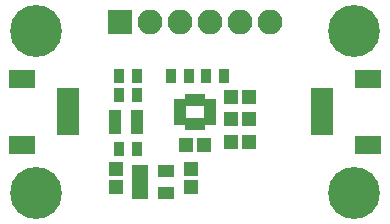
<source format=gts>
G04 #@! TF.FileFunction,Soldermask,Top*
%FSLAX46Y46*%
G04 Gerber Fmt 4.6, Leading zero omitted, Abs format (unit mm)*
G04 Created by KiCad (PCBNEW 4.0.7) date 08/23/19 12:17:46*
%MOMM*%
%LPD*%
G01*
G04 APERTURE LIST*
%ADD10C,0.100000*%
%ADD11C,4.400000*%
%ADD12R,1.150000X1.200000*%
%ADD13R,1.200000X1.150000*%
%ADD14R,2.100000X2.100000*%
%ADD15O,2.100000X2.100000*%
%ADD16R,1.950000X1.000000*%
%ADD17R,2.200000X1.600000*%
%ADD18R,0.900000X1.300000*%
%ADD19R,1.460000X1.050000*%
%ADD20R,0.650000X1.075000*%
%ADD21R,1.075000X0.650000*%
%ADD22R,1.050000X0.800000*%
G04 APERTURE END LIST*
D10*
D11*
X162687000Y-109093000D03*
X135763000Y-109093000D03*
X135763000Y-95377000D03*
D12*
X142494000Y-108573000D03*
X142494000Y-107073000D03*
D13*
X149975000Y-105029000D03*
X148475000Y-105029000D03*
D12*
X148844000Y-108573000D03*
X148844000Y-107073000D03*
D13*
X153785000Y-102870000D03*
X152285000Y-102870000D03*
X153785000Y-104775000D03*
X152285000Y-104775000D03*
X153785000Y-100965000D03*
X152285000Y-100965000D03*
D14*
X142875000Y-94615000D03*
D15*
X145415000Y-94615000D03*
X147955000Y-94615000D03*
X150495000Y-94615000D03*
X153035000Y-94615000D03*
X155575000Y-94615000D03*
D16*
X138462500Y-100735000D03*
X138462500Y-101735000D03*
X138462500Y-102735000D03*
X138462500Y-103735000D03*
D17*
X134587500Y-99435000D03*
X134587500Y-105035000D03*
D16*
X159987500Y-103735000D03*
X159987500Y-102735000D03*
X159987500Y-101735000D03*
X159987500Y-100735000D03*
D17*
X163862500Y-105035000D03*
X163862500Y-99435000D03*
D18*
X142760000Y-99187000D03*
X144260000Y-99187000D03*
X147205000Y-99187000D03*
X148705000Y-99187000D03*
X151626000Y-99187000D03*
X150126000Y-99187000D03*
X144260000Y-105410000D03*
X142760000Y-105410000D03*
X142760000Y-100838000D03*
X144260000Y-100838000D03*
D19*
X144569000Y-107254000D03*
X144569000Y-108204000D03*
X144569000Y-109154000D03*
X146769000Y-109154000D03*
X146769000Y-107254000D03*
D20*
X149225000Y-101222500D03*
X148725000Y-101222500D03*
X149725000Y-101222500D03*
X148725000Y-103247500D03*
X149225000Y-103247500D03*
X149725000Y-103247500D03*
D21*
X147962500Y-101485000D03*
X147962500Y-101985000D03*
X147962500Y-102485000D03*
X147962500Y-102985000D03*
X150487500Y-102985000D03*
X150487500Y-102485000D03*
X150487500Y-101985000D03*
X150487500Y-101485000D03*
D22*
X144333000Y-103774000D03*
X144333000Y-102474000D03*
X142433000Y-103124000D03*
X144333000Y-103124000D03*
X142433000Y-102474000D03*
X142433000Y-103774000D03*
D11*
X162687000Y-95377000D03*
M02*

</source>
